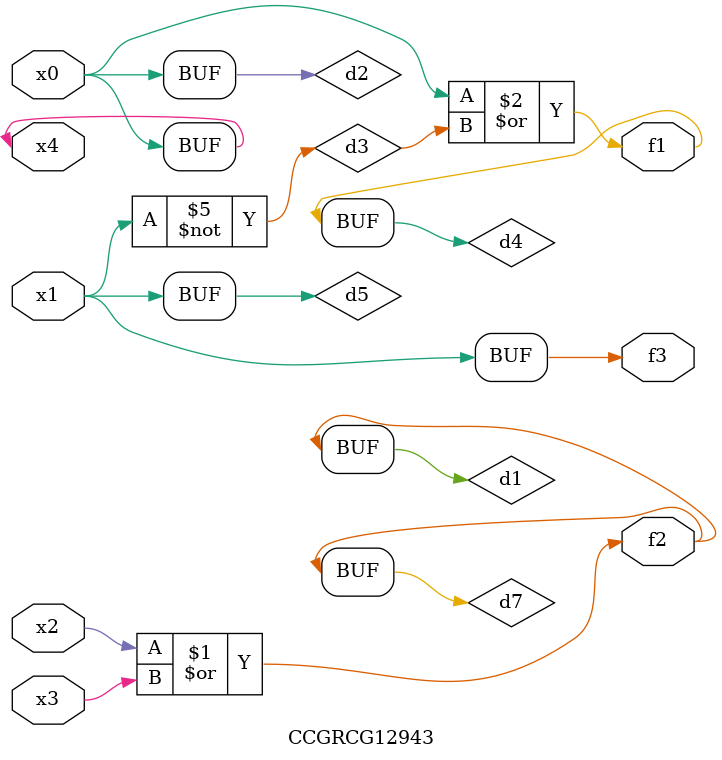
<source format=v>
module CCGRCG12943(
	input x0, x1, x2, x3, x4,
	output f1, f2, f3
);

	wire d1, d2, d3, d4, d5, d6, d7;

	or (d1, x2, x3);
	buf (d2, x0, x4);
	not (d3, x1);
	or (d4, d2, d3);
	not (d5, d3);
	nand (d6, d1, d3);
	or (d7, d1);
	assign f1 = d4;
	assign f2 = d7;
	assign f3 = d5;
endmodule

</source>
